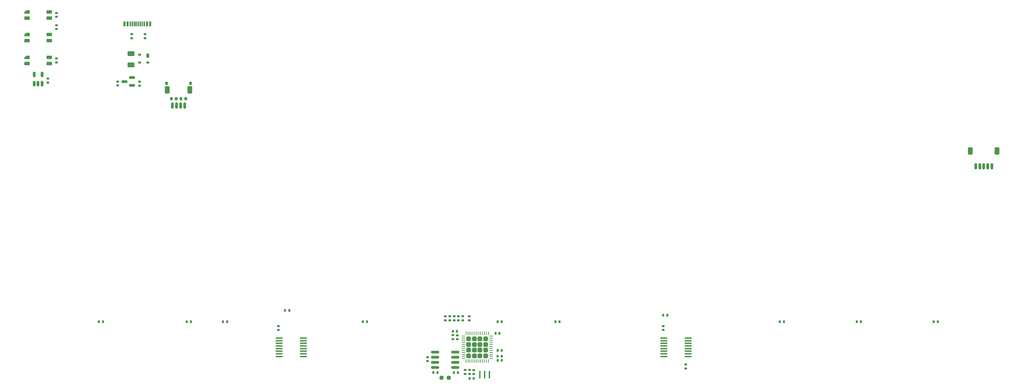
<source format=gbr>
%TF.GenerationSoftware,KiCad,Pcbnew,(7.0.0)*%
%TF.CreationDate,2023-09-23T19:17:18+02:00*%
%TF.ProjectId,the-nicholas-van,7468652d-6e69-4636-986f-6c61732d7661,rev?*%
%TF.SameCoordinates,Original*%
%TF.FileFunction,Paste,Bot*%
%TF.FilePolarity,Positive*%
%FSLAX46Y46*%
G04 Gerber Fmt 4.6, Leading zero omitted, Abs format (unit mm)*
G04 Created by KiCad (PCBNEW (7.0.0)) date 2023-09-23 19:17:18*
%MOMM*%
%LPD*%
G01*
G04 APERTURE LIST*
G04 Aperture macros list*
%AMRoundRect*
0 Rectangle with rounded corners*
0 $1 Rounding radius*
0 $2 $3 $4 $5 $6 $7 $8 $9 X,Y pos of 4 corners*
0 Add a 4 corners polygon primitive as box body*
4,1,4,$2,$3,$4,$5,$6,$7,$8,$9,$2,$3,0*
0 Add four circle primitives for the rounded corners*
1,1,$1+$1,$2,$3*
1,1,$1+$1,$4,$5*
1,1,$1+$1,$6,$7*
1,1,$1+$1,$8,$9*
0 Add four rect primitives between the rounded corners*
20,1,$1+$1,$2,$3,$4,$5,0*
20,1,$1+$1,$4,$5,$6,$7,0*
20,1,$1+$1,$6,$7,$8,$9,0*
20,1,$1+$1,$8,$9,$2,$3,0*%
%AMFreePoly0*
4,1,18,-0.410000,0.593000,-0.403758,0.624380,-0.385983,0.650983,-0.359380,0.668758,-0.328000,0.675000,0.328000,0.675000,0.359380,0.668758,0.385983,0.650983,0.403758,0.624380,0.410000,0.593000,0.410000,-0.593000,0.403758,-0.624380,0.385983,-0.650983,0.359380,-0.668758,0.328000,-0.675000,0.000000,-0.675000,-0.410000,-0.265000,-0.410000,0.593000,-0.410000,0.593000,$1*%
G04 Aperture macros list end*
%ADD10RoundRect,0.140000X-0.170000X0.140000X-0.170000X-0.140000X0.170000X-0.140000X0.170000X0.140000X0*%
%ADD11RoundRect,0.135000X-0.185000X0.135000X-0.185000X-0.135000X0.185000X-0.135000X0.185000X0.135000X0*%
%ADD12RoundRect,0.135000X-0.135000X-0.185000X0.135000X-0.185000X0.135000X0.185000X-0.135000X0.185000X0*%
%ADD13RoundRect,0.135000X0.135000X0.185000X-0.135000X0.185000X-0.135000X-0.185000X0.135000X-0.185000X0*%
%ADD14R,0.400000X1.900000*%
%ADD15RoundRect,0.140000X0.170000X-0.140000X0.170000X0.140000X-0.170000X0.140000X-0.170000X-0.140000X0*%
%ADD16RoundRect,0.250000X0.315000X-0.315000X0.315000X0.315000X-0.315000X0.315000X-0.315000X-0.315000X0*%
%ADD17RoundRect,0.062500X0.062500X-0.375000X0.062500X0.375000X-0.062500X0.375000X-0.062500X-0.375000X0*%
%ADD18RoundRect,0.062500X0.375000X-0.062500X0.375000X0.062500X-0.375000X0.062500X-0.375000X-0.062500X0*%
%ADD19R,1.778000X0.419100*%
%ADD20RoundRect,0.150000X-0.150000X-0.625000X0.150000X-0.625000X0.150000X0.625000X-0.150000X0.625000X0*%
%ADD21RoundRect,0.250000X-0.350000X-0.650000X0.350000X-0.650000X0.350000X0.650000X-0.350000X0.650000X0*%
%ADD22R,0.700000X1.000000*%
%ADD23R,0.700000X0.600000*%
%ADD24RoundRect,0.250000X-0.625000X0.375000X-0.625000X-0.375000X0.625000X-0.375000X0.625000X0.375000X0*%
%ADD25RoundRect,0.082000X-0.593000X0.328000X-0.593000X-0.328000X0.593000X-0.328000X0.593000X0.328000X0*%
%ADD26FreePoly0,270.000000*%
%ADD27RoundRect,0.150000X-0.825000X-0.150000X0.825000X-0.150000X0.825000X0.150000X-0.825000X0.150000X0*%
%ADD28RoundRect,0.150000X0.587500X0.150000X-0.587500X0.150000X-0.587500X-0.150000X0.587500X-0.150000X0*%
%ADD29R,0.600000X1.300000*%
%ADD30R,0.300000X1.300000*%
%ADD31RoundRect,0.150000X0.150000X-0.512500X0.150000X0.512500X-0.150000X0.512500X-0.150000X-0.512500X0*%
%ADD32RoundRect,0.140000X-0.140000X-0.170000X0.140000X-0.170000X0.140000X0.170000X-0.140000X0.170000X0*%
%ADD33RoundRect,0.135000X0.185000X-0.135000X0.185000X0.135000X-0.185000X0.135000X-0.185000X-0.135000X0*%
%ADD34RoundRect,0.140000X0.140000X0.170000X-0.140000X0.170000X-0.140000X-0.170000X0.140000X-0.170000X0*%
%ADD35RoundRect,0.150000X-0.150000X-0.275000X0.150000X-0.275000X0.150000X0.275000X-0.150000X0.275000X0*%
%ADD36RoundRect,0.175000X-0.175000X-0.225000X0.175000X-0.225000X0.175000X0.225000X-0.175000X0.225000X0*%
%ADD37RoundRect,0.237500X0.250000X0.237500X-0.250000X0.237500X-0.250000X-0.237500X0.250000X-0.237500X0*%
G04 APERTURE END LIST*
D10*
%TO.C,C6*%
X139442322Y-140577223D03*
X139442322Y-141537223D03*
%TD*%
D11*
%TO.C,R6*%
X137707458Y-127253239D03*
X137707458Y-128273239D03*
%TD*%
D12*
%TO.C,R15*%
X69389148Y-128587500D03*
X70409148Y-128587500D03*
%TD*%
%TO.C,R24*%
X216183750Y-128587500D03*
X217203750Y-128587500D03*
%TD*%
D11*
%TO.C,R4*%
X135578946Y-127225266D03*
X135578946Y-128245266D03*
%TD*%
D13*
%TO.C,R19*%
X131478750Y-141193750D03*
X130458750Y-141193750D03*
%TD*%
D14*
%TO.C,Y1*%
X141957463Y-141748284D03*
X143157463Y-141748284D03*
X144357463Y-141748284D03*
%TD*%
D15*
%TO.C,C15*%
X37100000Y-53032500D03*
X37100000Y-52072500D03*
%TD*%
D12*
%TO.C,R26*%
X254283750Y-128577309D03*
X255303750Y-128577309D03*
%TD*%
D16*
%TO.C,U1*%
X139187500Y-137037500D03*
X140587500Y-137037500D03*
X141987500Y-137037500D03*
X143387500Y-137037500D03*
X139187500Y-135637500D03*
X140587500Y-135637500D03*
X141987500Y-135637500D03*
X143387500Y-135637500D03*
X139187500Y-134237500D03*
X140587500Y-134237500D03*
X141987500Y-134237500D03*
X143387500Y-134237500D03*
X139187500Y-132837500D03*
X140587500Y-132837500D03*
X141987500Y-132837500D03*
X143387500Y-132837500D03*
D17*
X144037500Y-138375000D03*
X143537500Y-138375000D03*
X143037500Y-138375000D03*
X142537500Y-138375000D03*
X142037500Y-138375000D03*
X141537500Y-138375000D03*
X141037500Y-138375000D03*
X140537500Y-138375000D03*
X140037500Y-138375000D03*
X139537500Y-138375000D03*
X139037500Y-138375000D03*
X138537500Y-138375000D03*
D18*
X137850000Y-137687500D03*
X137850000Y-137187500D03*
X137850000Y-136687500D03*
X137850000Y-136187500D03*
X137850000Y-135687500D03*
X137850000Y-135187500D03*
X137850000Y-134687500D03*
X137850000Y-134187500D03*
X137850000Y-133687500D03*
X137850000Y-133187500D03*
X137850000Y-132687500D03*
X137850000Y-132187500D03*
D17*
X138537500Y-131500000D03*
X139037500Y-131500000D03*
X139537500Y-131500000D03*
X140037500Y-131500000D03*
X140537500Y-131500000D03*
X141037500Y-131500000D03*
X141537500Y-131500000D03*
X142037500Y-131500000D03*
X142537500Y-131500000D03*
X143037500Y-131500000D03*
X143537500Y-131500000D03*
X144037500Y-131500000D03*
D18*
X144725000Y-132187500D03*
X144725000Y-132687500D03*
X144725000Y-133187500D03*
X144725000Y-133687500D03*
X144725000Y-134187500D03*
X144725000Y-134687500D03*
X144725000Y-135187500D03*
X144725000Y-135687500D03*
X144725000Y-136187500D03*
X144725000Y-136687500D03*
X144725000Y-137187500D03*
X144725000Y-137687500D03*
%TD*%
D10*
%TO.C,C13*%
X138345929Y-140577223D03*
X138345929Y-141537223D03*
%TD*%
D11*
%TO.C,R12*%
X55753000Y-57275000D03*
X55753000Y-58295000D03*
%TD*%
D19*
%TO.C,U6*%
X193474339Y-132664199D03*
X193474339Y-133314439D03*
X193474339Y-133964679D03*
X193474339Y-134614919D03*
X193474339Y-135260079D03*
X193474339Y-135910319D03*
X193474339Y-136560559D03*
X193474339Y-137210799D03*
X187525659Y-137210799D03*
X187525659Y-136560559D03*
X187525659Y-135910319D03*
X187525659Y-135260079D03*
X187525659Y-134614919D03*
X187525659Y-133964679D03*
X187525659Y-133314439D03*
X187525659Y-132664199D03*
%TD*%
D20*
%TO.C,J1*%
X65843750Y-75025000D03*
X66843750Y-75025000D03*
X67843750Y-75025000D03*
X68843750Y-75025000D03*
D21*
X64543750Y-71150000D03*
X70143750Y-71150000D03*
%TD*%
D13*
%TO.C,R17*%
X94752704Y-125829190D03*
X93732704Y-125829190D03*
%TD*%
D22*
%TO.C,D1*%
X59735620Y-62604971D03*
D23*
X59735620Y-64304971D03*
X57735620Y-64304971D03*
X57735620Y-62404971D03*
%TD*%
D19*
%TO.C,U4*%
X98224339Y-132664199D03*
X98224339Y-133314439D03*
X98224339Y-133964679D03*
X98224339Y-134614919D03*
X98224339Y-135260079D03*
X98224339Y-135910319D03*
X98224339Y-136560559D03*
X98224339Y-137210799D03*
X92275659Y-137210799D03*
X92275659Y-136560559D03*
X92275659Y-135910319D03*
X92275659Y-135260079D03*
X92275659Y-134614919D03*
X92275659Y-133964679D03*
X92275659Y-133314439D03*
X92275659Y-132664199D03*
%TD*%
D20*
%TO.C,J4*%
X264700000Y-90106250D03*
X265700000Y-90106250D03*
X266700000Y-90106250D03*
X267700000Y-90106250D03*
X268700000Y-90106250D03*
D21*
X263400000Y-86231250D03*
X270000000Y-86231250D03*
%TD*%
D11*
%TO.C,R5*%
X136652000Y-127235871D03*
X136652000Y-128255871D03*
%TD*%
D13*
%TO.C,R21*%
X161641250Y-128587500D03*
X160621250Y-128587500D03*
%TD*%
D10*
%TO.C,C7*%
X140445929Y-140584658D03*
X140445929Y-141544658D03*
%TD*%
D11*
%TO.C,R3*%
X134493000Y-127226234D03*
X134493000Y-128246234D03*
%TD*%
D12*
%TO.C,R11*%
X146333750Y-135731250D03*
X147353750Y-135731250D03*
%TD*%
D24*
%TO.C,F_USBC1*%
X55562500Y-62100000D03*
X55562500Y-64900000D03*
%TD*%
D12*
%TO.C,R8*%
X139439723Y-142663937D03*
X140459723Y-142663937D03*
%TD*%
D25*
%TO.C,LED1*%
X35325000Y-64567500D03*
X35325000Y-63067500D03*
X29875000Y-64567500D03*
D26*
X29874999Y-63067499D03*
%TD*%
D12*
%TO.C,R16*%
X47625000Y-128587500D03*
X48645000Y-128587500D03*
%TD*%
D15*
%TO.C,C1*%
X136331787Y-132911388D03*
X136331787Y-131951388D03*
%TD*%
%TO.C,C17*%
X37100000Y-64297500D03*
X37100000Y-63337500D03*
%TD*%
D25*
%TO.C,LED3*%
X35324000Y-53302500D03*
X35324000Y-51802500D03*
X29874000Y-53302500D03*
D26*
X29873999Y-51802499D03*
%TD*%
D13*
%TO.C,R18*%
X114009913Y-128577309D03*
X112989913Y-128577309D03*
%TD*%
D11*
%TO.C,R13*%
X59055000Y-57275000D03*
X59055000Y-58295000D03*
%TD*%
D27*
%TO.C,U5*%
X130875000Y-139923750D03*
X130875000Y-138653750D03*
X130875000Y-137383750D03*
X130875000Y-136113750D03*
X135825000Y-136113750D03*
X135825000Y-137383750D03*
X135825000Y-138653750D03*
X135825000Y-139923750D03*
%TD*%
D12*
%TO.C,R25*%
X235233750Y-128587500D03*
X236253750Y-128587500D03*
%TD*%
D28*
%TO.C,U2*%
X55854439Y-68106250D03*
X55854439Y-70006250D03*
X53979439Y-69056250D03*
%TD*%
D10*
%TO.C,C8*%
X52313712Y-69068759D03*
X52313712Y-70028759D03*
%TD*%
D29*
%TO.C,J3*%
X53949999Y-54799999D03*
X54749999Y-54799999D03*
D30*
X55899999Y-54799999D03*
X56899999Y-54799999D03*
X57399999Y-54799999D03*
X58399999Y-54799999D03*
D29*
X59549999Y-54799999D03*
X60349999Y-54799999D03*
D30*
X58899999Y-54799999D03*
X57899999Y-54799999D03*
X56399999Y-54799999D03*
X55399999Y-54799999D03*
%TD*%
D15*
%TO.C,C9*%
X57702555Y-70069871D03*
X57702555Y-69109871D03*
%TD*%
D31*
%TO.C,U3*%
X33550000Y-69547375D03*
X32600000Y-69547375D03*
X31650000Y-69547375D03*
X31650000Y-67272375D03*
X33550000Y-67272375D03*
%TD*%
D12*
%TO.C,R20*%
X187323000Y-127000000D03*
X188343000Y-127000000D03*
%TD*%
D15*
%TO.C,C16*%
X37115180Y-56042500D03*
X37115180Y-55082500D03*
%TD*%
D32*
%TO.C,C5*%
X146375680Y-137121052D03*
X147335680Y-137121052D03*
%TD*%
D15*
%TO.C,C12*%
X129007714Y-138333131D03*
X129007714Y-137373131D03*
%TD*%
D25*
%TO.C,LED2*%
X35324000Y-58935000D03*
X35324000Y-57435000D03*
X29874000Y-58935000D03*
D26*
X29873999Y-57434999D03*
%TD*%
D33*
%TO.C,R1*%
X139319000Y-128271660D03*
X139319000Y-127251660D03*
%TD*%
D13*
%TO.C,R22*%
X147353750Y-128587500D03*
X146333750Y-128587500D03*
%TD*%
D32*
%TO.C,C2*%
X146386593Y-138167485D03*
X147346593Y-138167485D03*
%TD*%
D34*
%TO.C,C3*%
X136243000Y-130937000D03*
X135283000Y-130937000D03*
%TD*%
D12*
%TO.C,R7*%
X135505000Y-141193750D03*
X136525000Y-141193750D03*
%TD*%
D32*
%TO.C,C4*%
X145851250Y-131481250D03*
X146811250Y-131481250D03*
%TD*%
D11*
%TO.C,R9*%
X135252011Y-131903511D03*
X135252011Y-132923511D03*
%TD*%
D35*
%TO.C,J2*%
X65543750Y-73312500D03*
X66743750Y-73312500D03*
X67943750Y-73312500D03*
X69143750Y-73312500D03*
D36*
X64393750Y-69537500D03*
X70293750Y-69537500D03*
%TD*%
D13*
%TO.C,R10*%
X79375000Y-128587500D03*
X78355000Y-128587500D03*
%TD*%
D11*
%TO.C,R2*%
X133428916Y-127218308D03*
X133428916Y-128238308D03*
%TD*%
D15*
%TO.C,C11*%
X92075000Y-130655000D03*
X92075000Y-129695000D03*
%TD*%
%TO.C,C14*%
X187325000Y-130655000D03*
X187325000Y-129695000D03*
%TD*%
D11*
%TO.C,R23*%
X192881250Y-139190000D03*
X192881250Y-140210000D03*
%TD*%
D37*
%TO.C,JP1*%
X134279692Y-142496607D03*
X132454692Y-142496607D03*
%TD*%
D10*
%TO.C,C18*%
X35052000Y-68354000D03*
X35052000Y-69314000D03*
%TD*%
M02*

</source>
